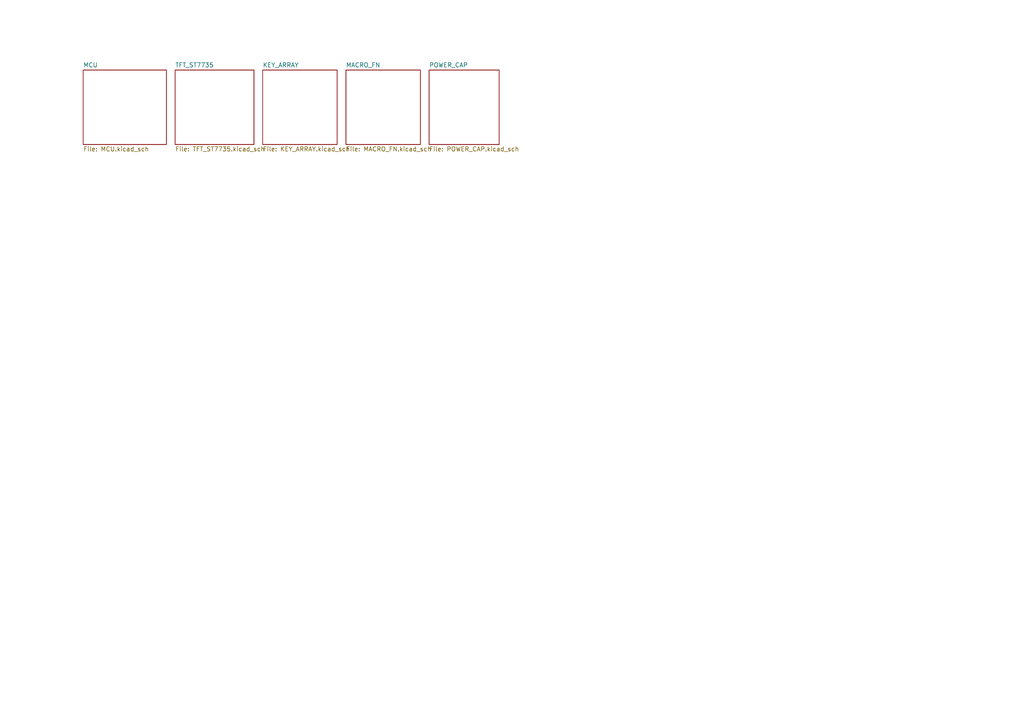
<source format=kicad_sch>
(kicad_sch (version 20230121) (generator eeschema)
  (paper "A4")
  (lib_symbols)
  (sheet (at 100.33 20.32) (size 21.59 21.59) (stroke (width 0.1524))
    (property "Sheetname" "MACRO_FN" (at 100.33 19.6084 0) (effects (justify left bottom)))
    (property "Sheetfile" "MACRO_FN.kicad_sch" (at 100.33 42.4946 0) (effects (justify left top)))
  )
  (sheet (at 50.8 20.32) (size 22.86 21.59) (stroke (width 0.1524))
    (property "Sheetname" "TFT_ST7735" (at 50.8 19.6084 0) (effects (justify left bottom)))
    (property "Sheetfile" "TFT_ST7735.kicad_sch" (at 50.8 42.4946 0) (effects (justify left top)))
  )
  (sheet (at 24.13 20.32) (size 24.13 21.59) (stroke (width 0.1524))
    (property "Sheetname" "MCU" (at 24.13 19.6084 0) (effects (justify left bottom)))
    (property "Sheetfile" "MCU.kicad_sch" (at 24.13 42.4946 0) (effects (justify left top)))
  )
  (sheet (at 124.46 20.32) (size 20.32 21.59) (stroke (width 0.1524))
    (property "Sheetname" "POWER_CAP" (at 124.46 19.6084 0) (effects (justify left bottom)))
    (property "Sheetfile" "POWER_CAP.kicad_sch" (at 124.46 42.4946 0) (effects (justify left top)))
  )
  (sheet (at 76.2 20.32) (size 21.59 21.59) (stroke (width 0.1524))
    (property "Sheetname" "KEY_ARRAY" (at 76.2 19.6084 0) (effects (justify left bottom)))
    (property "Sheetfile" "KEY_ARRAY.kicad_sch" (at 76.2 42.4946 0) (effects (justify left top)))
  )
)
</source>
